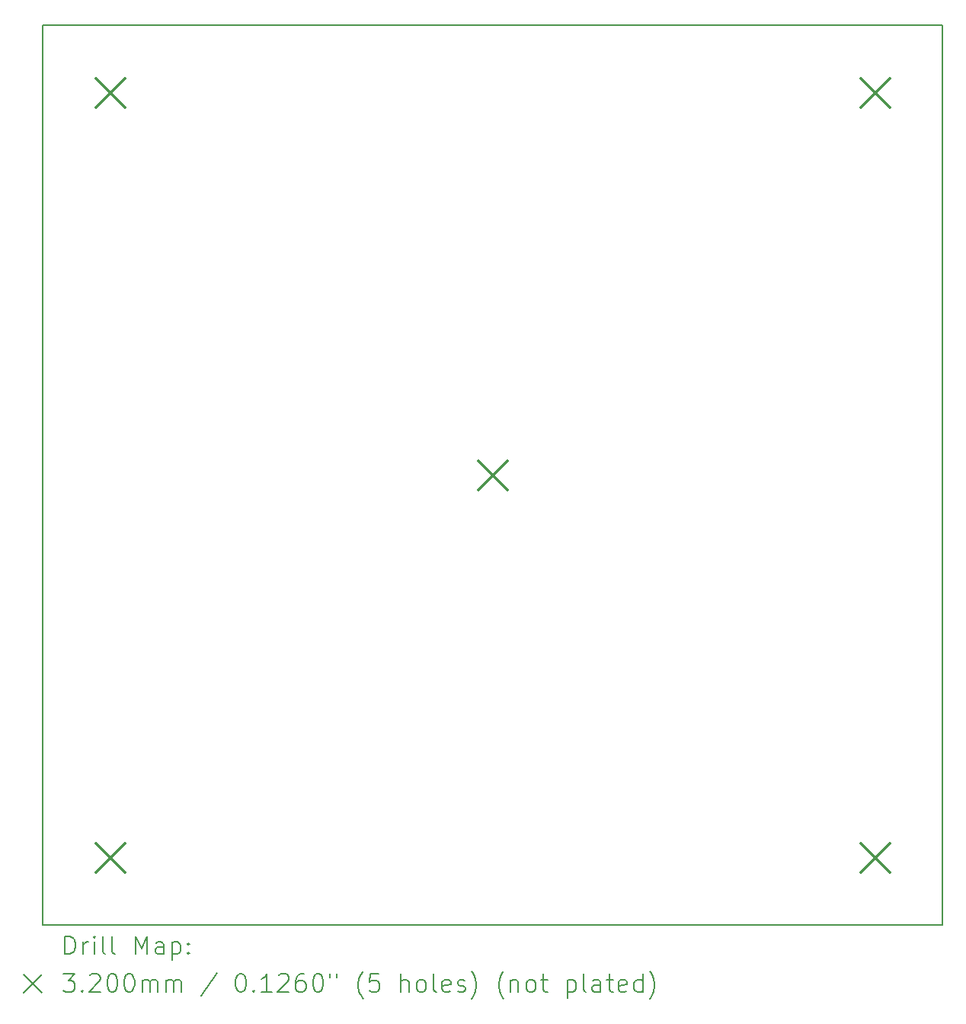
<source format=gbr>
%FSLAX45Y45*%
G04 Gerber Fmt 4.5, Leading zero omitted, Abs format (unit mm)*
G04 Created by KiCad (PCBNEW (6.0.6-0)) date 2022-09-01 16:53:57*
%MOMM*%
%LPD*%
G01*
G04 APERTURE LIST*
%TA.AperFunction,Profile*%
%ADD10C,0.200000*%
%TD*%
%ADD11C,0.200000*%
%ADD12C,0.320000*%
G04 APERTURE END LIST*
D10*
X5000000Y-5000000D02*
X15000000Y-5000000D01*
X15000000Y-5000000D02*
X15000000Y-15000000D01*
X15000000Y-15000000D02*
X5000000Y-15000000D01*
X5000000Y-15000000D02*
X5000000Y-5000000D01*
D11*
D12*
X5590000Y-5590000D02*
X5910000Y-5910000D01*
X5910000Y-5590000D02*
X5590000Y-5910000D01*
X5590000Y-14090000D02*
X5910000Y-14410000D01*
X5910000Y-14090000D02*
X5590000Y-14410000D01*
X9840000Y-9840000D02*
X10160000Y-10160000D01*
X10160000Y-9840000D02*
X9840000Y-10160000D01*
X14090000Y-5590000D02*
X14410000Y-5910000D01*
X14410000Y-5590000D02*
X14090000Y-5910000D01*
X14090000Y-14090000D02*
X14410000Y-14410000D01*
X14410000Y-14090000D02*
X14090000Y-14410000D01*
D11*
X5247619Y-15320476D02*
X5247619Y-15120476D01*
X5295238Y-15120476D01*
X5323810Y-15130000D01*
X5342857Y-15149048D01*
X5352381Y-15168095D01*
X5361905Y-15206190D01*
X5361905Y-15234762D01*
X5352381Y-15272857D01*
X5342857Y-15291905D01*
X5323810Y-15310952D01*
X5295238Y-15320476D01*
X5247619Y-15320476D01*
X5447619Y-15320476D02*
X5447619Y-15187143D01*
X5447619Y-15225238D02*
X5457143Y-15206190D01*
X5466667Y-15196667D01*
X5485714Y-15187143D01*
X5504762Y-15187143D01*
X5571429Y-15320476D02*
X5571429Y-15187143D01*
X5571429Y-15120476D02*
X5561905Y-15130000D01*
X5571429Y-15139524D01*
X5580952Y-15130000D01*
X5571429Y-15120476D01*
X5571429Y-15139524D01*
X5695238Y-15320476D02*
X5676190Y-15310952D01*
X5666667Y-15291905D01*
X5666667Y-15120476D01*
X5800000Y-15320476D02*
X5780952Y-15310952D01*
X5771428Y-15291905D01*
X5771428Y-15120476D01*
X6028571Y-15320476D02*
X6028571Y-15120476D01*
X6095238Y-15263333D01*
X6161905Y-15120476D01*
X6161905Y-15320476D01*
X6342857Y-15320476D02*
X6342857Y-15215714D01*
X6333333Y-15196667D01*
X6314286Y-15187143D01*
X6276190Y-15187143D01*
X6257143Y-15196667D01*
X6342857Y-15310952D02*
X6323809Y-15320476D01*
X6276190Y-15320476D01*
X6257143Y-15310952D01*
X6247619Y-15291905D01*
X6247619Y-15272857D01*
X6257143Y-15253809D01*
X6276190Y-15244286D01*
X6323809Y-15244286D01*
X6342857Y-15234762D01*
X6438095Y-15187143D02*
X6438095Y-15387143D01*
X6438095Y-15196667D02*
X6457143Y-15187143D01*
X6495238Y-15187143D01*
X6514286Y-15196667D01*
X6523809Y-15206190D01*
X6533333Y-15225238D01*
X6533333Y-15282381D01*
X6523809Y-15301428D01*
X6514286Y-15310952D01*
X6495238Y-15320476D01*
X6457143Y-15320476D01*
X6438095Y-15310952D01*
X6619048Y-15301428D02*
X6628571Y-15310952D01*
X6619048Y-15320476D01*
X6609524Y-15310952D01*
X6619048Y-15301428D01*
X6619048Y-15320476D01*
X6619048Y-15196667D02*
X6628571Y-15206190D01*
X6619048Y-15215714D01*
X6609524Y-15206190D01*
X6619048Y-15196667D01*
X6619048Y-15215714D01*
X4790000Y-15550000D02*
X4990000Y-15750000D01*
X4990000Y-15550000D02*
X4790000Y-15750000D01*
X5228571Y-15540476D02*
X5352381Y-15540476D01*
X5285714Y-15616667D01*
X5314286Y-15616667D01*
X5333333Y-15626190D01*
X5342857Y-15635714D01*
X5352381Y-15654762D01*
X5352381Y-15702381D01*
X5342857Y-15721428D01*
X5333333Y-15730952D01*
X5314286Y-15740476D01*
X5257143Y-15740476D01*
X5238095Y-15730952D01*
X5228571Y-15721428D01*
X5438095Y-15721428D02*
X5447619Y-15730952D01*
X5438095Y-15740476D01*
X5428571Y-15730952D01*
X5438095Y-15721428D01*
X5438095Y-15740476D01*
X5523810Y-15559524D02*
X5533333Y-15550000D01*
X5552381Y-15540476D01*
X5600000Y-15540476D01*
X5619048Y-15550000D01*
X5628571Y-15559524D01*
X5638095Y-15578571D01*
X5638095Y-15597619D01*
X5628571Y-15626190D01*
X5514286Y-15740476D01*
X5638095Y-15740476D01*
X5761905Y-15540476D02*
X5780952Y-15540476D01*
X5800000Y-15550000D01*
X5809524Y-15559524D01*
X5819048Y-15578571D01*
X5828571Y-15616667D01*
X5828571Y-15664286D01*
X5819048Y-15702381D01*
X5809524Y-15721428D01*
X5800000Y-15730952D01*
X5780952Y-15740476D01*
X5761905Y-15740476D01*
X5742857Y-15730952D01*
X5733333Y-15721428D01*
X5723809Y-15702381D01*
X5714286Y-15664286D01*
X5714286Y-15616667D01*
X5723809Y-15578571D01*
X5733333Y-15559524D01*
X5742857Y-15550000D01*
X5761905Y-15540476D01*
X5952381Y-15540476D02*
X5971428Y-15540476D01*
X5990476Y-15550000D01*
X6000000Y-15559524D01*
X6009524Y-15578571D01*
X6019048Y-15616667D01*
X6019048Y-15664286D01*
X6009524Y-15702381D01*
X6000000Y-15721428D01*
X5990476Y-15730952D01*
X5971428Y-15740476D01*
X5952381Y-15740476D01*
X5933333Y-15730952D01*
X5923809Y-15721428D01*
X5914286Y-15702381D01*
X5904762Y-15664286D01*
X5904762Y-15616667D01*
X5914286Y-15578571D01*
X5923809Y-15559524D01*
X5933333Y-15550000D01*
X5952381Y-15540476D01*
X6104762Y-15740476D02*
X6104762Y-15607143D01*
X6104762Y-15626190D02*
X6114286Y-15616667D01*
X6133333Y-15607143D01*
X6161905Y-15607143D01*
X6180952Y-15616667D01*
X6190476Y-15635714D01*
X6190476Y-15740476D01*
X6190476Y-15635714D02*
X6200000Y-15616667D01*
X6219048Y-15607143D01*
X6247619Y-15607143D01*
X6266667Y-15616667D01*
X6276190Y-15635714D01*
X6276190Y-15740476D01*
X6371428Y-15740476D02*
X6371428Y-15607143D01*
X6371428Y-15626190D02*
X6380952Y-15616667D01*
X6400000Y-15607143D01*
X6428571Y-15607143D01*
X6447619Y-15616667D01*
X6457143Y-15635714D01*
X6457143Y-15740476D01*
X6457143Y-15635714D02*
X6466667Y-15616667D01*
X6485714Y-15607143D01*
X6514286Y-15607143D01*
X6533333Y-15616667D01*
X6542857Y-15635714D01*
X6542857Y-15740476D01*
X6933333Y-15530952D02*
X6761905Y-15788095D01*
X7190476Y-15540476D02*
X7209524Y-15540476D01*
X7228571Y-15550000D01*
X7238095Y-15559524D01*
X7247619Y-15578571D01*
X7257143Y-15616667D01*
X7257143Y-15664286D01*
X7247619Y-15702381D01*
X7238095Y-15721428D01*
X7228571Y-15730952D01*
X7209524Y-15740476D01*
X7190476Y-15740476D01*
X7171428Y-15730952D01*
X7161905Y-15721428D01*
X7152381Y-15702381D01*
X7142857Y-15664286D01*
X7142857Y-15616667D01*
X7152381Y-15578571D01*
X7161905Y-15559524D01*
X7171428Y-15550000D01*
X7190476Y-15540476D01*
X7342857Y-15721428D02*
X7352381Y-15730952D01*
X7342857Y-15740476D01*
X7333333Y-15730952D01*
X7342857Y-15721428D01*
X7342857Y-15740476D01*
X7542857Y-15740476D02*
X7428571Y-15740476D01*
X7485714Y-15740476D02*
X7485714Y-15540476D01*
X7466667Y-15569048D01*
X7447619Y-15588095D01*
X7428571Y-15597619D01*
X7619048Y-15559524D02*
X7628571Y-15550000D01*
X7647619Y-15540476D01*
X7695238Y-15540476D01*
X7714286Y-15550000D01*
X7723809Y-15559524D01*
X7733333Y-15578571D01*
X7733333Y-15597619D01*
X7723809Y-15626190D01*
X7609524Y-15740476D01*
X7733333Y-15740476D01*
X7904762Y-15540476D02*
X7866667Y-15540476D01*
X7847619Y-15550000D01*
X7838095Y-15559524D01*
X7819048Y-15588095D01*
X7809524Y-15626190D01*
X7809524Y-15702381D01*
X7819048Y-15721428D01*
X7828571Y-15730952D01*
X7847619Y-15740476D01*
X7885714Y-15740476D01*
X7904762Y-15730952D01*
X7914286Y-15721428D01*
X7923809Y-15702381D01*
X7923809Y-15654762D01*
X7914286Y-15635714D01*
X7904762Y-15626190D01*
X7885714Y-15616667D01*
X7847619Y-15616667D01*
X7828571Y-15626190D01*
X7819048Y-15635714D01*
X7809524Y-15654762D01*
X8047619Y-15540476D02*
X8066667Y-15540476D01*
X8085714Y-15550000D01*
X8095238Y-15559524D01*
X8104762Y-15578571D01*
X8114286Y-15616667D01*
X8114286Y-15664286D01*
X8104762Y-15702381D01*
X8095238Y-15721428D01*
X8085714Y-15730952D01*
X8066667Y-15740476D01*
X8047619Y-15740476D01*
X8028571Y-15730952D01*
X8019048Y-15721428D01*
X8009524Y-15702381D01*
X8000000Y-15664286D01*
X8000000Y-15616667D01*
X8009524Y-15578571D01*
X8019048Y-15559524D01*
X8028571Y-15550000D01*
X8047619Y-15540476D01*
X8190476Y-15540476D02*
X8190476Y-15578571D01*
X8266667Y-15540476D02*
X8266667Y-15578571D01*
X8561905Y-15816667D02*
X8552381Y-15807143D01*
X8533333Y-15778571D01*
X8523810Y-15759524D01*
X8514286Y-15730952D01*
X8504762Y-15683333D01*
X8504762Y-15645238D01*
X8514286Y-15597619D01*
X8523810Y-15569048D01*
X8533333Y-15550000D01*
X8552381Y-15521428D01*
X8561905Y-15511905D01*
X8733333Y-15540476D02*
X8638095Y-15540476D01*
X8628571Y-15635714D01*
X8638095Y-15626190D01*
X8657143Y-15616667D01*
X8704762Y-15616667D01*
X8723810Y-15626190D01*
X8733333Y-15635714D01*
X8742857Y-15654762D01*
X8742857Y-15702381D01*
X8733333Y-15721428D01*
X8723810Y-15730952D01*
X8704762Y-15740476D01*
X8657143Y-15740476D01*
X8638095Y-15730952D01*
X8628571Y-15721428D01*
X8980952Y-15740476D02*
X8980952Y-15540476D01*
X9066667Y-15740476D02*
X9066667Y-15635714D01*
X9057143Y-15616667D01*
X9038095Y-15607143D01*
X9009524Y-15607143D01*
X8990476Y-15616667D01*
X8980952Y-15626190D01*
X9190476Y-15740476D02*
X9171429Y-15730952D01*
X9161905Y-15721428D01*
X9152381Y-15702381D01*
X9152381Y-15645238D01*
X9161905Y-15626190D01*
X9171429Y-15616667D01*
X9190476Y-15607143D01*
X9219048Y-15607143D01*
X9238095Y-15616667D01*
X9247619Y-15626190D01*
X9257143Y-15645238D01*
X9257143Y-15702381D01*
X9247619Y-15721428D01*
X9238095Y-15730952D01*
X9219048Y-15740476D01*
X9190476Y-15740476D01*
X9371429Y-15740476D02*
X9352381Y-15730952D01*
X9342857Y-15711905D01*
X9342857Y-15540476D01*
X9523810Y-15730952D02*
X9504762Y-15740476D01*
X9466667Y-15740476D01*
X9447619Y-15730952D01*
X9438095Y-15711905D01*
X9438095Y-15635714D01*
X9447619Y-15616667D01*
X9466667Y-15607143D01*
X9504762Y-15607143D01*
X9523810Y-15616667D01*
X9533333Y-15635714D01*
X9533333Y-15654762D01*
X9438095Y-15673809D01*
X9609524Y-15730952D02*
X9628571Y-15740476D01*
X9666667Y-15740476D01*
X9685714Y-15730952D01*
X9695238Y-15711905D01*
X9695238Y-15702381D01*
X9685714Y-15683333D01*
X9666667Y-15673809D01*
X9638095Y-15673809D01*
X9619048Y-15664286D01*
X9609524Y-15645238D01*
X9609524Y-15635714D01*
X9619048Y-15616667D01*
X9638095Y-15607143D01*
X9666667Y-15607143D01*
X9685714Y-15616667D01*
X9761905Y-15816667D02*
X9771429Y-15807143D01*
X9790476Y-15778571D01*
X9800000Y-15759524D01*
X9809524Y-15730952D01*
X9819048Y-15683333D01*
X9819048Y-15645238D01*
X9809524Y-15597619D01*
X9800000Y-15569048D01*
X9790476Y-15550000D01*
X9771429Y-15521428D01*
X9761905Y-15511905D01*
X10123810Y-15816667D02*
X10114286Y-15807143D01*
X10095238Y-15778571D01*
X10085714Y-15759524D01*
X10076190Y-15730952D01*
X10066667Y-15683333D01*
X10066667Y-15645238D01*
X10076190Y-15597619D01*
X10085714Y-15569048D01*
X10095238Y-15550000D01*
X10114286Y-15521428D01*
X10123810Y-15511905D01*
X10200000Y-15607143D02*
X10200000Y-15740476D01*
X10200000Y-15626190D02*
X10209524Y-15616667D01*
X10228571Y-15607143D01*
X10257143Y-15607143D01*
X10276190Y-15616667D01*
X10285714Y-15635714D01*
X10285714Y-15740476D01*
X10409524Y-15740476D02*
X10390476Y-15730952D01*
X10380952Y-15721428D01*
X10371429Y-15702381D01*
X10371429Y-15645238D01*
X10380952Y-15626190D01*
X10390476Y-15616667D01*
X10409524Y-15607143D01*
X10438095Y-15607143D01*
X10457143Y-15616667D01*
X10466667Y-15626190D01*
X10476190Y-15645238D01*
X10476190Y-15702381D01*
X10466667Y-15721428D01*
X10457143Y-15730952D01*
X10438095Y-15740476D01*
X10409524Y-15740476D01*
X10533333Y-15607143D02*
X10609524Y-15607143D01*
X10561905Y-15540476D02*
X10561905Y-15711905D01*
X10571429Y-15730952D01*
X10590476Y-15740476D01*
X10609524Y-15740476D01*
X10828571Y-15607143D02*
X10828571Y-15807143D01*
X10828571Y-15616667D02*
X10847619Y-15607143D01*
X10885714Y-15607143D01*
X10904762Y-15616667D01*
X10914286Y-15626190D01*
X10923810Y-15645238D01*
X10923810Y-15702381D01*
X10914286Y-15721428D01*
X10904762Y-15730952D01*
X10885714Y-15740476D01*
X10847619Y-15740476D01*
X10828571Y-15730952D01*
X11038095Y-15740476D02*
X11019048Y-15730952D01*
X11009524Y-15711905D01*
X11009524Y-15540476D01*
X11200000Y-15740476D02*
X11200000Y-15635714D01*
X11190476Y-15616667D01*
X11171429Y-15607143D01*
X11133333Y-15607143D01*
X11114286Y-15616667D01*
X11200000Y-15730952D02*
X11180952Y-15740476D01*
X11133333Y-15740476D01*
X11114286Y-15730952D01*
X11104762Y-15711905D01*
X11104762Y-15692857D01*
X11114286Y-15673809D01*
X11133333Y-15664286D01*
X11180952Y-15664286D01*
X11200000Y-15654762D01*
X11266667Y-15607143D02*
X11342857Y-15607143D01*
X11295238Y-15540476D02*
X11295238Y-15711905D01*
X11304762Y-15730952D01*
X11323809Y-15740476D01*
X11342857Y-15740476D01*
X11485714Y-15730952D02*
X11466667Y-15740476D01*
X11428571Y-15740476D01*
X11409524Y-15730952D01*
X11400000Y-15711905D01*
X11400000Y-15635714D01*
X11409524Y-15616667D01*
X11428571Y-15607143D01*
X11466667Y-15607143D01*
X11485714Y-15616667D01*
X11495238Y-15635714D01*
X11495238Y-15654762D01*
X11400000Y-15673809D01*
X11666667Y-15740476D02*
X11666667Y-15540476D01*
X11666667Y-15730952D02*
X11647619Y-15740476D01*
X11609524Y-15740476D01*
X11590476Y-15730952D01*
X11580952Y-15721428D01*
X11571428Y-15702381D01*
X11571428Y-15645238D01*
X11580952Y-15626190D01*
X11590476Y-15616667D01*
X11609524Y-15607143D01*
X11647619Y-15607143D01*
X11666667Y-15616667D01*
X11742857Y-15816667D02*
X11752381Y-15807143D01*
X11771428Y-15778571D01*
X11780952Y-15759524D01*
X11790476Y-15730952D01*
X11800000Y-15683333D01*
X11800000Y-15645238D01*
X11790476Y-15597619D01*
X11780952Y-15569048D01*
X11771428Y-15550000D01*
X11752381Y-15521428D01*
X11742857Y-15511905D01*
M02*

</source>
